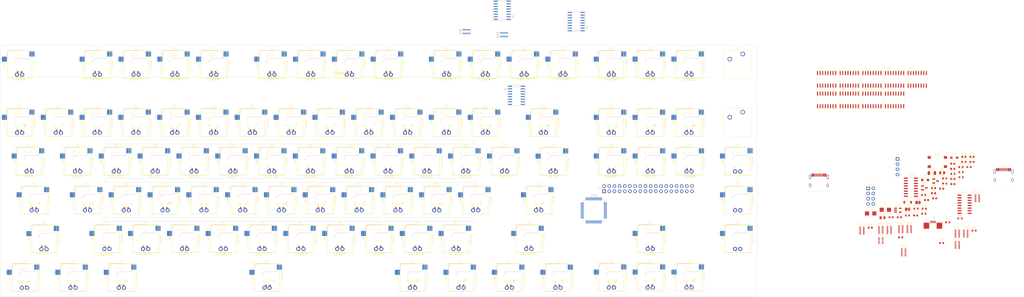
<source format=kicad_pcb>
(kicad_pcb (version 20211014) (generator pcbnew)
  (layers (0 "F.Cu" signal) (31 "B.Cu" signal) (34 "B.Paste" user) (35 "F.Paste" user) (36 "B.SilkS" user "B.Silkscreen") (37 "F.SilkS" user "F.Silkscreen") (38 "B.Mask" user) (39 "F.Mask" user) (44 "Edge.Cuts" user))
  (net 0 "")
  (net 1 "Net-(C1-Pad1)")
  (net 2 "GND")
  (net 3 "Net-(C2-Pad1)")
  (net 4 "Net-(C3-Pad1)")
  (net 5 "Net-(C4-Pad1)")
  (net 6 "Net-(C5-Pad1)")
  (net 7 "/MCU/RST")
  (net 8 "+3.3V")
  (net 9 "Net-(C14-Pad2)")
  (net 10 "Net-(C15-Pad2)")
  (net 11 "/MCU/5V")
  (net 12 "/MCU/SPI2_MOSI")
  (net 13 "Net-(D2-Pad2)")
  (net 14 "/RGB_module/SPI_KEY6")
  (net 15 "/RGB_module/SPI_KEY5")
  (net 16 "/RGB_module/SPI_KEY4")
  (net 17 "/RGB_module/SPI_KEY1")
  (net 18 "/RGB_module/SPI_KEY2")
  (net 19 "/RGB_module/SPI_KEY3")
  (net 20 "Net-(J1-Pad1)")
  (net 21 "Net-(J1-Pad2)")
  (net 22 "Net-(J1-Pad3)")
  (net 23 "Net-(J1-Pad4)")
  (net 24 "Net-(J1-Pad5)")
  (net 25 "Net-(J1-Pad6)")
  (net 26 "/MCU/BOOT0")
  (net 27 "/MCU/BOOT1")
  (net 28 "/MCU/SWDIO")
  (net 29 "/MCU/SWCLK")
  (net 30 "Net-(J4-PadA4)")
  (net 31 "Net-(J4-PadA5)")
  (net 32 "/MCU/USB_D-")
  (net 33 "/MCU/USB_D+")
  (net 34 "Net-(J5-PadA4)")
  (net 35 "Net-(J5-PadA5)")
  (net 36 "Net-(J5-PadA7)")
  (net 37 "Net-(J5-PadA6)")
  (net 38 "Net-(Q1-Pad2)")
  (net 39 "Net-(Q1-Pad3)")
  (net 40 "Net-(Q2-Pad1)")
  (net 41 "Net-(Q2-Pad2)")
  (net 42 "Net-(R1-Pad2)")
  (net 43 "Net-(R2-Pad2)")
  (net 44 "Net-(R8-Pad2)")
  (net 45 "/MCU/USB_DEVICE-")
  (net 46 "/MCU/USB_DEVICE+")
  (net 47 "Net-(RN1-Pad2)")
  (net 48 "Net-(RN1-Pad3)")
  (net 49 "Net-(RN1-Pad4)")
  (net 50 "Net-(RN1-Pad5)")
  (net 51 "Net-(RN1-Pad6)")
  (net 52 "Net-(RN1-Pad7)")
  (net 53 "Net-(RN1-Pad8)")
  (net 54 "Net-(RN1-Pad9)")
  (net 55 "Net-(RN2-Pad2)")
  (net 56 "Net-(RN2-Pad3)")
  (net 57 "Net-(RN2-Pad4)")
  (net 58 "Net-(RN2-Pad5)")
  (net 59 "Net-(RN2-Pad6)")
  (net 60 "Net-(RN2-Pad7)")
  (net 61 "Net-(RN2-Pad8)")
  (net 62 "Net-(RN2-Pad9)")
  (net 63 "Net-(RN3-Pad2)")
  (net 64 "Net-(RN3-Pad3)")
  (net 65 "Net-(RN3-Pad4)")
  (net 66 "Net-(RN3-Pad5)")
  (net 67 "Net-(RN3-Pad6)")
  (net 68 "Net-(RN3-Pad7)")
  (net 69 "Net-(RN3-Pad8)")
  (net 70 "Net-(RN3-Pad9)")
  (net 71 "Net-(RN4-Pad2)")
  (net 72 "Net-(RN4-Pad3)")
  (net 73 "Net-(RN4-Pad4)")
  (net 74 "Net-(RN4-Pad5)")
  (net 75 "Net-(RN4-Pad6)")
  (net 76 "Net-(RN4-Pad7)")
  (net 77 "Net-(RN4-Pad8)")
  (net 78 "Net-(RN4-Pad9)")
  (net 79 "Net-(RN5-Pad2)")
  (net 80 "Net-(RN5-Pad3)")
  (net 81 "Net-(RN5-Pad4)")
  (net 82 "Net-(RN5-Pad5)")
  (net 83 "Net-(RN5-Pad6)")
  (net 84 "Net-(RN5-Pad7)")
  (net 85 "Net-(RN5-Pad8)")
  (net 86 "Net-(RN5-Pad9)")
  (net 87 "Net-(RN6-Pad2)")
  (net 88 "Net-(RN6-Pad3)")
  (net 89 "Net-(RN6-Pad4)")
  (net 90 "Net-(RN6-Pad5)")
  (net 91 "Net-(RN6-Pad6)")
  (net 92 "Net-(RN6-Pad7)")
  (net 93 "Net-(RN6-Pad8)")
  (net 94 "Net-(RN6-Pad9)")
  (net 95 "Net-(RN7-Pad2)")
  (net 96 "Net-(RN7-Pad3)")
  (net 97 "Net-(RN7-Pad4)")
  (net 98 "Net-(RN7-Pad5)")
  (net 99 "Net-(RN7-Pad6)")
  (net 100 "Net-(RN7-Pad7)")
  (net 101 "Net-(RN7-Pad8)")
  (net 102 "Net-(RN7-Pad9)")
  (net 103 "Net-(RN8-Pad2)")
  (net 104 "Net-(RN8-Pad3)")
  (net 105 "Net-(RN8-Pad4)")
  (net 106 "Net-(RN8-Pad5)")
  (net 107 "Net-(RN8-Pad6)")
  (net 108 "Net-(RN8-Pad7)")
  (net 109 "Net-(RN8-Pad8)")
  (net 110 "Net-(RN8-Pad9)")
  (net 111 "Net-(RN9-Pad1)")
  (net 112 "Net-(RN9-Pad2)")
  (net 113 "Net-(RN9-Pad3)")
  (net 114 "Net-(RN9-Pad4)")
  (net 115 "Net-(RN10-Pad2)")
  (net 116 "Net-(RN10-Pad3)")
  (net 117 "Net-(RN10-Pad4)")
  (net 118 "Net-(RN10-Pad5)")
  (net 119 "Net-(RN10-Pad6)")
  (net 120 "Net-(RN10-Pad7)")
  (net 121 "Net-(RN10-Pad8)")
  (net 122 "Net-(RN10-Pad9)")
  (net 123 "Net-(RN11-Pad2)")
  (net 124 "Net-(RN11-Pad3)")
  (net 125 "Net-(RN11-Pad4)")
  (net 126 "Net-(RN11-Pad5)")
  (net 127 "Net-(RN11-Pad6)")
  (net 128 "Net-(RN11-Pad7)")
  (net 129 "Net-(RN11-Pad8)")
  (net 130 "Net-(RN11-Pad9)")
  (net 131 "Net-(RN12-Pad2)")
  (net 132 "Net-(RN12-Pad4)")
  (net 133 "Net-(RN12-Pad5)")
  (net 134 "Net-(RN12-Pad6)")
  (net 135 "Net-(RN12-Pad7)")
  (net 136 "Net-(RN12-Pad8)")
  (net 137 "Net-(RN12-Pad9)")
  (net 138 "Net-(RN13-Pad2)")
  (net 139 "Net-(RN13-Pad3)")
  (net 140 "Net-(RN13-Pad4)")
  (net 141 "Net-(RN13-Pad5)")
  (net 142 "Net-(RN13-Pad6)")
  (net 143 "Net-(RN13-Pad7)")
  (net 144 "Net-(RN13-Pad8)")
  (net 145 "Net-(RN13-Pad9)")
  (net 146 "Net-(S10-Pad1)")
  (net 147 "Net-(S17-Pad1)")
  (net 148 "Net-(S25-Pad1)")
  (net 149 "Net-(S33-Pad1)")
  (net 150 "Net-(S49-Pad1)")
  (net 151 "/MCU/SPI1_CLK")
  (net 152 "/MCU/SCAN_PL")
  (net 153 "/MCU/SCAN_CE")
  (net 154 "/MCU/SPI1_MISO")
  (net 155 "/MCU/PA2")
  (net 156 "/MCU/PA3")
  (net 157 "/MCU/PA4")
  (net 158 "/MCU/PA7")
  (net 159 "/MCU/PA8")
  (net 160 "/MCU/PA15")
  (net 161 "/MCU/PB0")
  (net 162 "/MCU/PB1")
  (net 163 "/MCU/PB3")
  (net 164 "/MCU/PB4")
  (net 165 "/MCU/PB5")
  (net 166 "/MCU/PB6")
  (net 167 "/MCU/PB7")
  (net 168 "/MCU/PB8")
  (net 169 "/MCU/PB9")
  (net 170 "/MCU/PB10")
  (net 171 "/MCU/PB11")
  (net 172 "/MCU/PB12")
  (net 173 "/MCU/SPI2_CLK")
  (net 174 "/MCU/PB14")
  (net 175 "/MCU/PC0")
  (net 176 "/MCU/PC1")
  (net 177 "/MCU/PC2")
  (net 178 "/MCU/PC3")
  (net 179 "/MCU/PC4")
  (net 180 "/MCU/USART1_RX")
  (net 181 "/MCU/USART1_TX")
  (net 182 "/MCU/PC5")
  (net 183 "/MCU/PC6")
  (net 184 "/MCU/PC7")
  (net 185 "/MCU/PC8")
  (net 186 "/MCU/PC9")
  (net 187 "/MCU/PC10")
  (net 188 "/MCU/PC11")
  (net 189 "/MCU/PC12")
  (net 190 "/MCU/PC13")
  (net 191 "/MCU/PC14")
  (net 192 "/MCU/PC15")
  (net 193 "/MCU/PD2")
  (net 201 "/RGB_module/SPI_KEY7")
  (net 202 "Net-(D1-Pad1)")
  (net 203 "Net-(D3-Pad2)")
  (net 204 "Net-(D4-Pad2)")
  (net 205 "Net-(D5-Pad2)")
  (net 206 "Net-(LED1-Pad1)")
  (net 207 "Net-(LED12-Pad3)")
  (net 208 "Net-(LED13-Pad3)")
  (net 209 "Net-(LED14-Pad3)")
  (net 210 "/RGB_module/SPI_KEY8")
  (net 211 "Net-(LED15-Pad3)")
  (net 212 "Net-(LED16-Pad3)")
  (net 213 "Net-(LED17-Pad3)")
  (net 214 "Net-(LED18-Pad3)")
  (net 215 "/RGB_module/SPI_KEY9")
  (net 216 "Net-(LED19-Pad3)")
  (net 217 "Net-(LED10-Pad1)")
  (net 218 "Net-(LED11-Pad1)")
  (net 219 "Net-(LED12-Pad1)")
  (net 220 "Net-(LED13-Pad1)")
  (net 221 "Net-(LED14-Pad1)")
  (net 222 "Net-(LED15-Pad1)")
  (net 223 "Net-(LED16-Pad1)")
  (net 224 "Net-(LED17-Pad1)")
  (net 225 "Net-(LED18-Pad1)")
  (net 226 "Net-(LED19-Pad1)")
  (net 227 "Net-(LED20-Pad1)")
  (net 228 "Net-(LED21-Pad1)")
  (net 230 "Net-(LED22-Pad1)")
  (net 232 "Net-(LED23-Pad1)")
  (net 234 "Net-(LED24-Pad1)")
  (net 236 "Net-(LED25-Pad1)")
  (net 238 "Net-(LED26-Pad1)")
  (net 240 "Net-(LED27-Pad1)")
  (net 242 "Net-(LED28-Pad1)")
  (net 243 "Net-(LED29-Pad1)")
  (net 245 "Net-(LED30-Pad1)")
  (net 247 "Net-(LED31-Pad1)")
  (net 248 "Net-(LED32-Pad1)")
  (net 249 "Net-(LED33-Pad1)")
  (net 250 "Net-(LED34-Pad1)")
  (net 251 "Net-(LED35-Pad1)")
  (net 252 "Net-(LED36-Pad1)")
  (net 253 "Net-(LED37-Pad1)")
  (net 254 "Net-(LED38-Pad1)")
  (net 255 "Net-(LED39-Pad1)")
  (net 256 "Net-(LED40-Pad1)")
  (net 257 "Net-(LED41-Pad1)")
  (net 258 "Net-(LED42-Pad1)")
  (net 259 "Net-(LED43-Pad1)")
  (net 260 "Net-(LED44-Pad1)")
  (net 261 "Net-(LED45-Pad1)")
  (net 262 "Net-(LED46-Pad1)")
  (net 263 "Net-(LED47-Pad1)")
  (net 264 "Net-(LED48-Pad1)")
  (net 265 "Net-(LED49-Pad1)")
  (net 266 "Net-(LED50-Pad1)")
  (net 267 "Net-(LED51-Pad1)")
  (net 268 "Net-(LED52-Pad1)")
  (net 269 "Net-(LED53-Pad1)")
  (net 270 "Net-(LED54-Pad1)")
  (net 271 "Net-(LED55-Pad1)")
  (net 272 "Net-(LED56-Pad1)")
  (net 273 "Net-(LED57-Pad1)")
  (net 275 "Net-(LED59-Pad1)")
  (net 276 "Net-(LED60-Pad1)")
  (net 277 "Net-(LED61-Pad1)")
  (net 278 "Net-(LED62-Pad1)")
  (net 279 "Net-(LED63-Pad1)")
  (net 280 "Net-(LED64-Pad1)")
  (net 281 "Net-(LED65-Pad1)")
  (net 282 "Net-(LED66-Pad1)")
  (net 283 "Net-(LED67-Pad1)")
  (net 284 "Net-(LED69-Pad1)")
  (net 285 "Net-(LED70-Pad1)")
  (net 286 "Net-(LED71-Pad1)")
  (net 287 "Net-(LED72-Pad1)")
  (net 288 "Net-(LED73-Pad1)")
  (net 289 "Net-(LED74-Pad1)")
  (net 290 "Net-(LED75-Pad1)")
  (net 291 "Net-(LED76-Pad1)")
  (net 292 "Net-(LED77-Pad1)")
  (net 293 "Net-(LED78-Pad1)")
  (net 294 "Net-(LED79-Pad1)")
  (net 305 "Net-(U10-Pad10)")
  (net 306 "Net-(U12-Pad10)")
  (net 310 "Net-(U1-Pad10)")
  (net 312 "/swtich_module/serial")
  (net 313 "Net-(U2-Pad10)")
  (net 315 "Net-(U3-Pad10)")
  (net 317 "Net-(U4-Pad10)")
  (net 319 "Net-(U5-Pad10)")
  (net 321 "Net-(U6-Pad10)")
  (net 324 "Net-(U8-Pad10)")
  (net 326 "Net-(U10-Pad9)")
  (net 328 "Net-(S0-Pad1)")
  (footprint "Resistor_SMD:R_0603_1608Metric" (layer "F.Cu") (at 61.674 -98.384)
    (fp_text reference "R12")
    (fp_text value "2k")
  )
  (footprint "EnergyVortex:WS2812B2020" (layer "F.Cu") (at -115.196 -158.369 180)
    (fp_text reference "LED40")
    (fp_text value "WS2812B-2020" hide)
  )
  (footprint "EnergyVortex:CHERRY-MX-LED" (layer "F.Cu") (at -301.1 -76.9)
    (fp_text reference "S68")
    (fp_text value "SW_Push")
  )
  (footprint "Button_Switch_Keyboard:SW_Cherry_MX_1.00u_PCB" (layer "F.Cu") (at -27.06 -81.98)
    (fp_text reference "S1")
    (fp_text value "SW_Push")
  )
  (footprint "Crystal:Crystal_SMD_Qantek_QC5CB-2Pin_5x3.2mm" (layer "F.Cu") (at 42.894 -91.074)
    (fp_text reference "Y1")
    (fp_text value "8M")
  )
  (footprint "EnergyVortex:WS2812B2020" (layer "F.Cu") (at -243.896 -72.369 180)
    (fp_text reference "LED63")
    (fp_text value "WS2812B-2020" hide)
  )
  (footprint "EnergyVortex:WS2812B2020" (layer "F.Cu") (at -172.496 -158.369 180)
    (fp_text reference "LED70")
    (fp_text value "WS2812B-2020" hide)
  )
  (footprint "EnergyVortex:SO-16" (layer "F.Cu") (at 14.08 -155.22)
    (fp_text reference "U10")
    (fp_text value "74HC165")
  )
  (footprint "Resistor_SMD:R_Array_Convex_8x0602" (layer "F.Cu") (at 40.674 -81.104)
    (fp_text reference "RN7")
    (fp_text value "10K")
  )
  (footprint "Jumper:SolderJumper-2_P1.3mm_Open_TrianglePad1.0x1.5mm" (layer "F.Cu") (at 53.794 -91.324)
    (fp_text reference "JP1")
    (fp_text value "SolderJumper_2_Open")
  )
  (footprint "Button_Switch_Keyboard:SW_Cherry_MX_1.00u_PCB" (layer "F.Cu") (at -341.41 -167.68)
    (fp_text reference "S1")
    (fp_text value "SW_Push")
  )
  (footprint "Button_Switch_Keyboard:SW_Cherry_MX_1.00u_PCB" (layer "F.Cu") (at -332.01 -120.08)
    (fp_text reference "S1")
    (fp_text value "SW_Push")
  )
  (footprint "EnergyVortex:SO-16" (layer "F.Cu") (at 36.32 -155.22)
    (fp_text reference "U5")
    (fp_text value "74HC165")
  )
  (footprint "EnergyVortex:CHERRY-MX-LED" (layer "F.Cu") (at -286.8 -162.6)
    (fp_text reference "S5")
    (fp_text value "SW_Push")
  )
  (footprint "Button_Switch_Keyboard:SW_Cherry_MX_1.00u_PCB" (layer "F.Cu") (at -336.66 -81.98)
    (fp_text reference "S1")
    (fp_text value "SW_Push")
  )
  (footprint "EnergyVortex:CHERRY-MX-LED" (layer "F.Cu") (at -348.75 -95.9)
    (fp_text reference "S50")
    (fp_text value "SW_Push")
  )
  (footprint "Button_Switch_Keyboard:SW_Cherry_MX_1.00u_PCB" (layer "F.Cu") (at -377.16 -62.88)
    (fp_text reference "S1")
    (fp_text value "SW_Push")
  )
  (footprint "EnergyVortex:CHERRY-MX-LED" (layer "F.Cu") (at -53.46 -114.98)
    (fp_text reference "S62")
    (fp_text value "SW_Push")
  )
  (footprint "EnergyVortex:WS2812B2020" (layer "F.Cu") (at -132.1 -72.469 180)
    (fp_text reference "LED13")
    (fp_text value "WS2812B-2020" hide)
  )
  (footprint "EnergyVortex:CHERRY-MX-LED" (layer "F.Cu") (at -115.35 -162.6)
    (fp_text reference "S13")
    (fp_text value "SW_Push")
  )
  (footprint "Button_Switch_Keyboard:SW_Cherry_MX_1.00u_PCB" (layer "F.Cu") (at -289.06 -100.98)
    (fp_text reference "S1")
    (fp_text value "SW_Push")
  )
  (footprint "Button_Switch_Keyboard:SW_Cherry_MX_1.00u_PCB" (layer "F.Cu") (at -353.36 -62.88)
    (fp_text reference "S1")
    (fp_text value "SW_Push")
  )
  (footprint "EnergyVortex:CHERRY-MX-LED" (layer "F.Cu") (at -320.2 -76.9)
    (fp_text reference "S67")
    (fp_text value "SW_Push")
  )
  (footprint "Capacitor_SMD:C_0603_1608Metric" (layer "F.Cu") (at 45.724 -87.394)
    (fp_text reference "C15")
    (fp_text value "22pF")
  )
  (footprint "Button_Switch_Keyboard:SW_Cherry_MX_1.00u_PCB" (layer "F.Cu") (at -341.46 -139.1)
    (fp_text reference "S1")
    (fp_text value "SW_Push")
  )
  (footprint "EnergyVortex:CHERRY-MX-LED" (layer "F.Cu") (at -117.8 -57.8)
    (fp_text reference "S83")
    (fp_text value "SW_Push")
  )
  (footprint "EnergyVortex:WS2812B2020" (layer "F.Cu") (at -229.696 -129.569)
    (fp_text reference "LED67")
    (fp_text value "WS2812B-2020" hide)
  )
  (footprint "EnergyVortex:WS2812B2020" (layer "F.Cu") (at -53.496 -110.569 180)
    (fp_text reference "LED66")
    (fp_text value "WS2812B-2020" hide)
  )
  (footprint "Capacitor_SMD:C_0603_1608Metric" (layer "F.Cu") (at 35.504 -82.324)
    (fp_text reference "C2")
    (fp_text value "4.7nF")
  )
  (footprint "Button_Switch_Keyboard:SW_Cherry_MX_1.00u_PCB" (layer "F.Cu") (at -89.05 -167.7)
    (fp_text reference "S1")
    (fp_text value "SW_Push")
  )
  (footprint "EnergyVortex:SO-16" (layer "F.Cu") (at 25.2 -145.1)
    (fp_text reference "U6")
    (fp_text value "74HC165")
  )
  (footprint "Resistor_SMD:R_0603_1608Metric" (layer "F.Cu") (at 80.064 -107.074)
    (fp_text reference "R5")
    (fp_text value "2k")
  )
  (footprint "EnergyVortex:WS2812B2020" (layer "F.Cu") (at -370.311 -72.619 180)
    (fp_text reference "LED34")
    (fp_text value "WS2812B-2020" hide)
  )
  (footprint "Button_Switch_Keyboard:SW_Cherry_MX_1.00u_PCB" (layer "F.Cu") (at -255.71 -167.68)
    (fp_text reference "S1")
    (fp_text value "SW_Push")
  )
  (footprint "EnergyVortex:CHERRY-MX-LED" (layer "F.Cu") (at -286.85 -134.02)
    (fp_text reference "S19")
    (fp_text value "SW_Push")
  )
  (footprint "EnergyVortex:USB_C_Receptacle_HRO_TYPE-C-31-M-12" (layer "F.Cu") (at 10.304 -104.109)
    (fp_text reference "J5")
    (fp_text value "USB_C_Receptacle_USB2.0")
  )
  (footprint "Button_Switch_Keyboard:SW_Cherry_MX_1.00u_PCB" (layer "F.Cu") (at -162.86 -62.88)
    (fp_text reference "S1")
    (fp_text value "SW_Push")
  )
  (footprint "EnergyVortex:WS2812B2020" (layer "F.Cu") (at -120.096 -110.569 180)
    (fp_text reference "LED5")
    (fp_text value "WS2812B-2020" hide)
  )
  (footprint "EnergyVortex:CHERRY-MX-LED" (layer "F.Cu") (at -182.15 -115)
    (fp_text reference "S43")
    (fp_text value "SW_Push")
  )
  (footprint "Capacitor_SMD:C_0603_1608Metric" (layer "F.Cu") (at 66.564 -99.224)
    (fp_text reference "C6")
    (fp_text value "0.1uF")
  )
  (footprint "EnergyVortex:WS2812B2020" (layer "F.Cu") (at -324.896 -158.369 180)
    (fp_text reference "LED49")
    (fp_text value "WS2812B-2020" hide)
  )
  (footprint "Resistor_SMD:R_Array_Convex_8x0602" (layer "F.Cu") (at 82.374 -79.354)
    (fp_text reference "RN6")
    (fp_text value "10K")
  )
  (footprint "EnergyVortex:WS2812B2020" (layer "F.Cu") (at -91.596 -110.569 180)
    (fp_text reference "LED85")
    (fp_text value "WS2812B-2020" hide)
  )
  (footprint "Button_Switch_Keyboard:SW_Cherry_MX_1.00u_PCB" (layer "F.Cu") (at -236.66 -167.68)
    (fp_text reference "S1")
    (fp_text value "SW_Push")
  )
  (footprint "Button_Switch_Keyboard:SW_Cherry_MX_1.00u_PCB" (layer "F.Cu") (at -150.91 -167.68)
    (fp_text reference "S1")
    (fp_text value "SW_Push")
  )
  (footprint "Package_TO_SOT_SMD:SOT-23" (layer "F.Cu") (at 62.114 -101.864)
    (fp_text reference "Q1")
    (fp_text value "S8550")
  )
  (footprint "Resistor_SMD:R_Array_Convex_4x0603" (layer "F.Cu") (at 40.674 -75.954)
    (fp_text reference "RN9")
    (fp_text value "R_Pack04")
  )
  (footprint "EnergyVortex:WS2812B2020" (layer "F.Cu") (at -186.796 -72.469 180)
    (fp_text reference "LED33")
    (fp_text value "WS2812B-2020" hide)
  )
  (footprint "Button_Switch_Keyboard:SW_Cherry_MX_1.00u_PCB" (layer "F.Cu") (at -186.66 -62.88)
    (fp_text reference "S1")
    (fp_text value "SW_Push")
  )
  (footprint "EnergyVortex:CHERRY-MX-LED" (layer "F.Cu") (at -339.2 -76.9)
    (fp_text reference "S65")
    (fp_text value "SW_Push")
  )
  (footprint "EnergyVortex:WS2812B2020" (layer "F.Cu") (at -167.796 -72.469 180)
    (fp_text reference "LED23")
    (fp_text value "WS2812B-2020" hide)
  )
  (footprint "Resistor_SMD:R_Array_Convex_8x0602" (layer "F.Cu") (at 88.074 -96.754)
    (fp_text reference "RN11")
    (fp_text value "10K")
  )
  (footprint "EnergyVortex:WS2812B2020" (layer "F.Cu") (at -377.34 -110.569 180)
    (fp_text reference "LED41")
    (fp_text value "WS2812B-2020" hide)
  )
  (footprint "Button_Switch_Keyboard:SW_Cherry_MX_1.00u_PCB" (layer "F.Cu") (at -327.16 -100.98)
    (fp_text reference "S1")
    (fp_text value "SW_Push")
  )
  (footprint "Capacitor_SMD:C_0603_1608Metric" (layer "F.Cu") (at 75.964 -111.254)
    (fp_text reference "C12")
    (fp_text value "0.1uF")
  )
  (footprint "EnergyVortex:CHERRY-MX-LED" (layer "F.Cu") (at -277.4 -115)
    (fp_text reference "S38")
    (fp_text value "SW_Push")
  )
  (footprint "EnergyVortex:WS2812B2020" (layer "F.Cu") (at -91.596 -158.369 180)
    (fp_text reference "LED30")
    (fp_text value "WS2812B-2020" hide)
  )
  (footprint "EnergyVortex:WS2812B2020" (layer "F.Cu") (at -72.496 -158.369 180)
    (fp_text reference "LED20")
    (fp_text value "WS2812B-2020" hide)
  )
  (footprint "Button_Switch_Keyboard:SW_Cherry_MX_1.00u_PCB" (layer "F.Cu") (at -198.66 -120.08)
    (fp_text reference "S1")
    (fp_text value "SW_Push")
  )
  (footprint "Button_Switch_Keyboard:SW_Cherry_MX_1.00u_PCB" (layer "F.Cu") (at -27.06 -100.98)
    (fp_text reference "S1")
    (fp_text value "SW_Push")
  )
  (footprint "Resistor_SMD:R_Array_Convex_8x0602" (layer "F.Cu") (at 44.824 -81.104)
    (fp_text reference "RN2")
    (fp_text value "10K")
  )
  (footprint "EnergyVortex:WS2812B2020" (layer "F.Cu") (at -260.096 -53.369)
    (fp_text reference "LED74")
    (fp_text value "WS2812B-2020" hide)
  )
  (footprint "Resistor_SMD:R_Array_Convex_8x0602" (layer "F.Cu") (at 78.224 -79.354)
    (fp_text reference "RN4")
    (fp_text value "10K")
  )
  (footprint "EnergyVortex:CHERRY-MX-LED" (layer "F.Cu") (at -29.6 -115)
    (fp_text reference "S90")
    (fp_text value "SW_Push")
  )
  (footprint "Capacitor_SMD:C_0603_1608Metric" (layer "F.Cu") (at 50.404 -77.524)
    (fp_text reference "C1")
    (fp_text value "C")
  )
  (footprint "Button_Switch_Keyboard:SW_Cherry_MX_1.00u_PCB" (layer "F.Cu") (at -222.36 -81.98)
    (fp_text reference "S1")
    (fp_text value "SW_Push")
  )
  (footprint "Resistor_SMD:R_Array_Convex_8x0602" (layer "F.Cu") (at 78.224 -73.804)
    (fp_text reference "RN10")
    (fp_text value "10K")
  )
  (footprint "EnergyVortex:CHERRY-MX-LED" (layer "F.Cu") (at -165.4 -57.8)
    (fp_text reference "S81")
    (fp_text value "SW_Push")
  )
  (footprint "EnergyVortex:WS2812B2020" (layer "F.Cu") (at -118.096 -53.369)
    (fp_text reference "LED28")
    (fp_text value "WS2812B-2020" hide)
  )
  (footprint "Button_Switch_Keyboard:SW_Cherry_MX_1.00u_PCB" (layer "F.Cu") (at -203.26 -81.98)
    (fp_text reference "S1")
    (fp_text value "SW_Push")
  )
  (footprint "EnergyVortex:CHERRY-MX-LED" (layer "F.Cu") (at -53.49 -162.62)
    (fp_text reference "S16")
    (fp_text value "SW_Push")
  )
  (footprint "EnergyVortex:WS2812B2020" (layer "F.Cu") (at -72.496 -53.469)
    (fp_text reference "LED48")
    (fp_text value "WS2812B-2020" hide)
  )
  (footprint "Resistor_SMD:R_0603_1608Metric" (layer "F.Cu") (at 70.524 -74.754)
    (fp_text reference "R2")
    (fp_text value "1K")
  )
  (footprint "EnergyVortex:WS2812B2020" (layer "F.Cu") (at -374.9 -91.469)
    (fp_text reference "LED51")
    (fp_text value "WS2812B-2020" hide)
  )
  (footprint "EnergyVortex:WS2812B2020" (layer "F.Cu") (at -234.45 -91.469)
    (fp_text reference "LED32")
    (fp_text value "WS2812B-2020" hide)
  )
  (footprint "EnergyVortex:CHERRY-MX-LED" (layer "F.Cu") (at -248.75 -134.02)
    (fp_text reference "S24")
    (fp_text value "SW_Push")
  )
  (footprint "EnergyVortex:CHERRY-MX-LED" (layer "F.Cu") (at -186.8 -76.9)
    (fp_text reference "S79")
    (fp_text value "SW_Push")
  )
  (footprint "Package_SO:SOIC-16_3.9x9.9mm_P1.27mm" (layer "F.Cu") (at 81.774 -93.804)
    (fp_text reference "U11")
    (fp_text value "XW06A")
  )
  (footprint "EnergyVortex:WS2812B2020" (layer "F.Cu") (at -339.296 -72.169 180)
    (fp_text reference "LED24")
    (fp_text value "WS2812B-2020" hide)
  )
  (footprint "EnergyVortex:CHERRY-MX-LED" (layer "F.Cu") (at -127.3 -95.9)
    (fp_text reference "S61")
    (fp_text value "SW_Push")
  )
  (footprint "LED_SMD:LED_0805_2012Metric" (layer "F.Cu") (at 41.514 -87.179)
    (fp_text reference "D2")
    (fp_text value "LED")
  )
  (footprint "EnergyVortex:WS2812B2020" (layer "F.Cu") (at -215.4 -91.469)
    (fp_text reference "LED42")
    (fp_text value "WS2812B-2020" hide)
  )
  (footprint "EnergyVortex:CHERRY-MX-LED" (layer "F.Cu") (at -260.6 -57.8)
    (fp_text reference "S76")
    (fp_text value "SW_Push")
  )
  (footprint "Button_Switch_Keyboard:SW_Cherry_MX_1.00u_PCB" (layer "F.Cu") (at -124.76 -100.98)
    (fp_text reference "S1")
    (fp_text value "SW_Push")
  )
  (footprint "EnergyVortex:CHERRY-MX-LED" (layer "F.Cu") (at -72.5 -57.9)
    (fp_text reference "S86")
    (fp_text value "SW_Push")
  )
  (footprint "EnergyVortex:WS2812B2020" (layer "F.Cu") (at -143.896 -110.569 180)
    (fp_text reference "LED15")
    (fp_text value "WS2812B-2020" hide)
  )
  (footprint "Capacitor_SMD:C_0603_1608Metric" (layer "F.Cu") (at 85.454 -114.604)
    (fp_text reference "C17")
    (fp_text value "1uF")
  )
  (footprint "EnergyVortex:WS2812B2020" (layer "F.Cu") (at -124.896 -129.569)
    (fp_text reference "LED26")
    (fp_text value "WS2812B-2020" hide)
  )
  (footprint "LED_SMD:LED_0805_2012Metric" (layer "F.Cu") (at 70.804 -109.269)
    (fp_text reference "D4")
    (fp_text value "LED")
  )
  (footprint "Capacitor_SMD:C_0603_1608Metric" (layer "F.Cu") (at 49.734 -87.394)
    (fp_text reference "C4")
    (fp_text value "22pF")
  )
  (footprint "Button_Switch_Keyboard:SW_Cherry_MX_1.00u_PCB" (layer "F.Cu") (at -150.9 -139.1)
    (fp_text reference "S1")
    (fp_text value "SW_Push")
  )
  (footprint "Capacitor_SMD:C_0603_1608Metric" (layer "F.Cu") (at 76.054 -103.724)
    (fp_text reference "C14")
    (fp_text value "22pF")
  )
  (footprint "EnergyVortex:WS2812B2020" (layer "F.Cu") (at -353.6 -110.569 180)
    (fp_text reference "LED31")
    (fp_text value "WS2812B-2020" hide)
  )
  (footprint "EnergyVortex:WS2812B2020" (layer "F.Cu") (at -53.496 -129.569)
    (fp_text reference "LED56")
    (fp_text value "WS2812B-2020" hide)
  )
  (footprint "EnergyVortex:WS2812B2020" (layer "F.Cu") (at -379.996 -52.969)
    (fp_text reference "LED44")
    (fp_text value "WS2812B-2020" hide)
  )
  (footprint "Resistor_SMD:R_0603_1608Metric" (layer "F.Cu") (at 61.984 -91.644)
    (fp_text reference "R9")
    (fp_text value "10K")
  )
  (footprint "Button_Switch_Keyboard:SW_Cherry_MX_1.00u_PCB" (layer "F.Cu") (at -265.26 -139.1)
    (fp_text reference "S1")
    (fp_text value "SW_Push")
  )
  (footprint "Resistor_SMD:R_0603_1608Metric" (layer "F.Cu") (at 81.444 -114.604)
    (fp_text reference "R15")
    (fp_text value "1.5K")
  )
  (footprint "EnergyVortex:WS2812B2020" (layer "F.Cu") (at -324.896 -129.569)
    (fp_text reference "LED17")
    (fp_text value "WS2812B-2020" hide)
  )
  (footprint "Button_Switch_Keyboard:SW_Cherry_MX_1.00u_PCB" (layer "F.Cu") (at -284.26 -167.68)
    (fp_text reference "S1")
    (fp_text value "SW_Push")
  )
  (footprint "EnergyVortex:CHERRY-MX-LED" (layer "F.Cu") (at -91.6 -134)
    (fp_text reference "S31")
    (fp_text value "SW_Push")
  )
  (footprint "EnergyVortex:CHERRY-MX-LED" (layer "F.Cu") (at -220.25 -115)
    (fp_text reference "S41")
    (fp_text value "SW_Push")
  )
  (footprint "EnergyVortex:CHERRY-MX-LED" (layer "F.Cu") (at -363.05 -134.02)
    (fp_text reference "S18")
    (fp_text value "SW_Push")
  )
  (footprint "EnergyVortex:WS2812B2020" (layer "F.Cu") (at -329.7 -91.469)
    (fp_text reference "LED71")
    (fp_text value "WS2812B-2020" hide)
  )
  (footprint "EnergyVortex:CHERRY-MX-LED" (layer "F.Cu") (at -177.3 -95.9)
    (fp_text reference "S59")
    (fp_text value "SW_Push")
  )
  (footprint "Diode_SMD:D_SOD-123F" (layer "F.Cu") (at 62.429 -105.764)
    (fp_text reference "D5")
    (fp_text value "1N4007")
  )
  (footprint "EnergyVortex:SO-16" (layer "F.Cu") (at 25.2 -155.22)
    (fp_text reference "U8")
    (fp_text value "74HC165")
  )
  (footprint "EnergyVortex:CHERRY-MX-LED" (layer "F.Cu") (at -291.6 -95.9)
    (fp_text reference "S54")
    (fp_text value "SW_Push")
  )
  (footprint "EnergyVortex:CHERRY-MX-LED" (layer "F.Cu") (at -282.1 -76.9)
    (fp_text reference "S69")
    (fp_text value "SW_Push")
  )
  (footprint "Package_SO:SOIC-16_3.9x9.9mm_P1.27mm" (layer "F.Cu") (at 55.444 -102.174)
    (fp_text reference "U15")
    (fp_text value "CH340G")
  )
  (footprint "EnergyVortex:CHERRY-MX-LED" (layer "F.Cu") (at -172.55 -134.02)
    (fp_text reference "S28")
    (fp_text value "SW_Push")
  )
  (footprint "EnergyVortex:CHERRY-MX-LED" (layer "F.Cu") (at -163.1 -115)
    (fp_text reference "S44")
    (fp_text value "SW_Push")
  )
  (footprint "Button_Switch_Keyboard:SW_Cherry_MX_1.00u_PCB" (layer "F.Cu") (at -279.56 -81.98)
    (fp_text reference "S1")
    (fp_text value "SW_Push")
  )
  (footprint "Capacitor_SMD:C_0603_1608Metric" (layer "F.Cu") (at 70.574 -101.474)
    (fp_text reference "C8")
    (fp_text value "104")
  )
  (footprint "Resistor_SMD:R_0603_1608Metric" (layer "F.Cu") (at 57.974 -91.644)
    (fp_text reference "R17")
    (fp_text value "10k")
  )
  (footprint "EnergyVortex:CHERRY-MX-LED" (layer "F.Cu") (at -124.94 -134.02)
    (fp_text reference "S30")
    (fp_text value "SW_Push")
  )
  (footprint "EnergyVortex:CHERRY-MX-LED" (layer "F.Cu") (at -153.44 -134.02)
    (fp_text reference "S29")
    (fp_text value "SW_Push")
  )
  (footprint "Button_Switch_Keyboard:SW_Cherry_MX_1.00u_PCB" (layer "F.Cu") (at -360.51 -139.1)
    (fp_text reference "S1")
    (fp_text value "SW_Push")
  )
  (footprint "Button_Switch_Keyboard:SW_Cherry_MX_1.00u_PCB" (layer "F.Cu") (at -27.1 -167.7)
    (fp_text reference "S1")
    (fp_text value "SW_Push")
  )
  (footprint "Package_TO_SOT_SMD:SOT-23" (layer "F.Cu") (at 67.594 -105.214)
    (fp_text reference "Q2")
    (fp_text value "S8050")
  )
  (footprint "Button_Switch_Keyboard:SW_Cherry_MX_1.00u_PCB" (layer "F.Cu") (at -372.36 -100.98)
    (fp_text reference "S1")
    (fp_text value "SW_Push")
  )
  (footprint "Button_Switch_Keyboard:SW_Cherry_MX_1.00u_PCB" (layer "F.Cu") (at -129.56 -81.98)
    (fp_text reference "S1")
    (fp_text value "SW_Push")
  )
  (footprint "EnergyVortex:CHERRY-MX-LED" (layer "F.Cu") (at -167.8 -76.9)
    (fp_text reference "S80")
    (fp_text value "SW_Push")
  )
  (footprint "Button_Switch_Keyboard:SW_Cherry_MX_1.00u_PCB" (layer "F.Cu") (at -379.56 -139.1)
    (fp_text reference "S1")
    (fp_text value "SW_Push")
  )
  (footprint "EnergyVortex:WS2812B2020" (layer "F.Cu") (at -191.696 -129.669)
    (fp_text reference "LED86")
    (fp_text value "WS2812B-2020" hide)
  )
  (footprint "EnergyVortex:CHERRY-MX-LED" (layer "F.Cu") (at -120.14 -114.92)
    (fp_text reference "S46")
    (fp_text value "SW_Push")
  )
  (footprint "EnergyVortex:WS2812B2020" (layer "F.Cu") (at -248.696 -129.669)
    (fp_text reference "LED57")
    (fp_text value "WS2812B-2020" hide)
  )
  (footprint "Button_Switch_Keyboard:SW_Cherry_MX_1.00u_PCB" (layer "F.Cu") (at -322.36 -167.68)
    (fp_text reference "S1")
    (fp_text value "SW_Push")
  )
  (footprint "EnergyVortex:CHERRY-MX-LED" (layer "F.Cu") (at -353.6 -115)
    (fp_text reference "S34")
    (fp_text value "SW_Push")
  )
  (footprint "Button_Switch_Keyboard:SW_Cherry_MX_1.00u_PCB" (layer "F.Cu") (at -317.66 -81.98)
    (fp_text reference "S1")
    (fp_text value "SW_Push")
  )
  (footprint "Jumper:SolderJumper-2_P1.3mm_Open_TrianglePad1.0x1.5mm" (layer "F.Cu") (at 58.934 -94.674)
    (fp_text reference "JP2")
    (fp_text value "SolderJumper_2_Open")
  )
  (footprint "Button_Switch_Keyboard:SW_Cherry_MX_1.00u_PCB" (layer "F.Cu") (at -189.06 -139.1)
    (fp_text reference "S1")
    (fp_text value "SW_Push")
  )
  (footprint "EnergyVortex:CHERRY-MX-LED" (layer "F.Cu") (at -191.6 -134.02)
    (fp_text reference "S27")
    (fp_text value "SW_Push")
  )
  (footprint "Button_Switch_Keyboard:SW_Cherry_MX_1.00u_PCB" (layer "F.Cu") (at -70.01 -139.08)
    (fp_text reference "S1")
    (fp_text value "SW_Push")
  )
  (footprint "Button_Switch_Keyboard:SW_Cherry_MX_1.00u_PCB" (layer "F.Cu") (at -27.06 -120.08)
    (fp_text reference "S1")
    (fp_text value "SW_Push")
  )
  (footprint "Button_Switch_Keyboard:SW_Cherry_MX_1.00u_PCB" (layer "F.Cu") (at -117.6 -120)
    (fp_text reference "S1")
    (fp_text value "SW_Push")
  )
  (footprint "EnergyVortex:WS2812B2020" (layer "F.Cu") (at -205.8 -72.469 180)
    (fp_text reference "LED43")
    (fp_text value "WS2812B-2020" hide)
  )
  (footprint "Package_TO_SOT_SMD:SOT-23-5" (layer "F.Cu") (at 49.044 -90.874)
    (fp_text reference "U16")
    (fp_text value "XC6210B332MR")
  )
  (footprint "EnergyVortex:WS2812B2020" (layer "F.Cu") (at -91.596 -129.569)
    (fp_text reference "LED36")
    (fp_text value "WS2812B-2020" hide)
  )
  (footprint "Button_Switch_Keyboard:SW_Cherry_MX_1.00u_PCB" (layer "F.Cu") (at -293.91 -120.08)
    (fp_text reference "S1")
    (fp_text value "SW_Push")
  )
  (footprint "Button_Switch_Keyboard:SW_Cherry_MX_1.00u_PCB" (layer "F.Cu") (at -122.4 -139.1)
    (fp_text reference "S1")
    (fp_text value "SW_Push")
  )
  (footprint "EnergyVortex:CHERRY-MX-LED" (layer "F.Cu") (at -234.45 -95.9)
    (fp_text reference "S53")
    (fp_text value "SW_Push")
  )
  (footprint "Button_Switch_Keyboard:SW_Cherry_MX_1.00u_PCB" (layer "F.Cu") (at -346.21 -100.98)
    (fp_text reference "S1")
    (fp_text value "SW_Push")
  )
  (footprint "EnergyVortex:CHERRY-MX-LED" (layer "F.Cu") (at -239.2 -162.6)
    (fp_text reference "S7")
    (fp_text value "SW_Push")
  )
  (footprint "EnergyVortex:WS2812B2020" (layer "F.Cu") (at -362.996 -129.569)
    (fp_text reference "LED87")
    (fp_text value "WS2812B-2020" hide)
  )
  (footprint "Button_Switch_Keyboard:SW_Cherry_MX_1.00u_PCB" (layer "F.Cu") (at -141.45 -120.08)
    (fp_text reference "S1")
    (fp_text value "SW_Push")
  )
  (footprint "Resistor_SMD:R_Array_Convex_8x0602" (layer "F.Cu") (at 50.474 -81.554)
    (fp_text reference "RN12")
    (fp_text value "10K")
  )
  (footprint "Resistor_SMD:R_0603_1608Metric" (layer "F.Cu") (at 83.984 -112.094)
    (fp_text reference "R8")
    (fp_text value "1k")
  )
  (footprint "EnergyVortex:CHERRY-MX-LED" (layer "F.Cu") (at -305.9 -134.02)
    (fp_text reference "S22")
    (fp_text value "SW_Push")
  )
  (footprint "EnergyVortex:CHERRY-MX-LED" (layer "F.Cu") (at -374.9 -95.9)
    (fp_text reference "S49")
    (fp_text value "SW_Push")
  )
  (footprint "Resistor_SMD:R_0603_1608Metric" (layer "F.Cu") (at 66.564 -101.734)
    (fp_text reference "R6")
    (fp_text value "1k")
  )
  (footprint "Resistor_SMD:R_0603_1608Metric" (layer "F.Cu") (at 76.054 -108.744)
    (fp_text reference "R13")
    (fp_text value "22")
  )
  (footprint "Capacitor_SMD:C_0603_1608Metric" (layer "F.Cu") (at 67.124 -96.714)
    (fp_text reference "C9")
    (fp_text value "104")
  )
  (footprint "EnergyVortex:FPC-0.5mm-6PIN" (layer "F.Cu") (at 66.254 -83.254)
    (fp_text reference "J1")
    (fp_text value "FPC")
  )
  (footprint "Button_Switch_Keyboard:SW_Cherry_MX_1.00u_PCB" (layer "F.Cu") (at -193.81 -100.98)
    (fp_text reference "S1")
    (fp_text value "SW_Push")
  )
  (footprint "Button_Switch_Keyboard:SW_Cherry_MX_1.00u_PCB" (layer "F.Cu") (at -246.21 -139.1)
    (fp_text reference "S1")
    (fp_text value "SW_Push")
  )
  (footprint "Button_Switch_Keyboard:SW_Cherry_MX_1.00u_PCB" (layer "F.Cu") (at -217.71 -120.08)
    (fp_text reference "S1")
    (fp_text value "SW_Push")
  )
  (footprint "EnergyVortex:CHERRY-MX-LED" (layer "F.Cu") (at -258.35 -115)
    (fp_text reference "S40")
    (fp_text value "SW_Push")
  )
  (footprint "EnergyVortex:WS2812B2020" (layer "F.Cu") (at -134.396 -158.369 180)
    (fp_text reference "LED50")
    (fp_text value "WS2812B-2020" hide)
  )
  (footprint "Button_Switch_Keyboard:SW_Cherry_MX_1.00u_PCB" (layer "F.Cu") (at -227.16 -139.1)
    (fp_text reference "S1")
    (fp_text value "SW_Push")
  )
  (footprint "Resistor_SMD:R_0603_1608Metric" (layer "F.Cu") (at 80.064 -109.584)
    (fp_text reference "R16")
    (fp_text value "10k")
  )
  (footprint "Button_Switch_Keyboard:SW_Cherry_MX_1.00u_PCB" (layer "F.Cu") (at -170.01 -139.1)
    (fp_text reference "S1")
    (fp_text value "SW_Push")
  )
  (footprint "EnergyVortex:CHERRY-MX-LED" (layer "F.Cu") (at -153.45 -162.6)
    (fp_text reference "S11")
    (fp_text value "SW_Push")
  )
  (footprint "Capacitor_SMD:C_0603_1608Metric" (layer "F.Cu") (at 85.454 -117.114)
    (fp_text reference "C5")
    (fp_text value "22pF")
  )
  (footprint "EnergyVortex:CHERRY-MX-LED" (layer "F.Cu") (at -201.2 -115)
    (fp_text reference "S42")
    (fp_text value "SW_Push")
  )
  (footprint "Button_Switch_Keyboard:SW_Cherry_MX_1.00u_PCB" (layer "F.Cu") (at -50.95 -167.7)
    (fp_text reference "S1")
    (fp_text value "SW_Push")
  )
  (footprint "EnergyVortex:CHERRY-MX-LED" (layer "F.Cu") (at -343.95 -162.6)
    (fp_text reference "S2")
    (fp_text value "SW_Push")
  )
  (footprint "Button_Switch_SMD:SW_Push_1P1T_NO_6x6mm_H9.5mm" (layer "F.Cu") (at 68.434 -114.579)
    (fp_text reference "SW1")
    (fp_text value "SW_Push")
  )
  (footprint "Button_Switch_Keyboard:SW_Cherry_MX_1.00u_PCB" (layer "F.Cu") (at -212.86 -100.98)
    (fp_text reference "S1")
    (fp_text value "SW_Push")
  )
  (footprint "EnergyVortex:SO-16" (layer "F.Cu") (at 14.08 -145.1)
    (fp_text reference "U7")
    (fp_text value "74HC165")
  )
  (footprint "EnergyVortex:CHERRY-MX-LED" (layer "F.Cu") (at -143.99 -115)
    (fp_text reference "S45")
    (fp_text value "SW_Push")
  )
  (footprint "Connector_PinHeader_2.54mm:PinHeader_1x04_P2.54mm_Vertical" (layer "F.Cu") (at 48.894 -116.044)
    (fp_text reference "J3")
    (fp_text value "Conn_01x04")
  )
  (footprint "EnergyVortex:CHERRY-MX-LED" (layer "F.Cu") (at -370.1 -76.8)
    (fp_text reference "S66")
    (fp_text value "SW_Push")
  )
  (footprint "Resistor_SMD:R_0603_1608Metric" (layer "F.Cu") (at 73.504 -84.924)
    (fp_text reference "R1")
    (fp_text value "1K")
  )
  (footprint "EnergyVortex:WS2812B2020" (layer "F.Cu") (at -210.696 -129.669)
    (fp_text reference "LED77")
    (fp_text value "WS2812B-2020" hide)
  )
  (footprint "Connector_PinHeader_2.54mm:PinHeader_2x04_P2.54mm_Vertical" (layer "F.Cu") (at 34.444 -101.594)
    (fp_text reference "J2")
    (fp_text value "Conn_02x04_Odd_Even")
  )
  (footprint "EnergyVortex:WS2812B2020" (layer "F.Cu") (at -153.396 -158.369 180)
    (fp_text reference "LED60")
    (fp_text value "WS2812B-2020" hide)
  )
  (footprint "EnergyVortex:WS2812B2020" (layer "F.Cu") (at -53.396 -158.369 180)
    (fp_text reference "LED10")
    (fp_text value "WS2812B-2020" hide)
  )
  (footprint "EnergyVortex:CHERRY-MX-LED" (layer "F.Cu") (at -91.55 -57.9)
    (fp_text reference "S84")
    (fp_text value "SW_Push")
  )
  (footprint "EnergyVortex:WS2812B2020" (layer "F.Cu") (at -158.19 -91.469)
    (fp_text reference "LED72")
    (fp_text value "WS2812B-2020" hide)
  )
  (footprint "Resistor_SMD:R_0603_1608Metric" (layer "F.Cu") (at 72.044 -106.494)
    (fp_text reference "R14")
    (fp_text value "22")
  )
  (footprint "EnergyVortex:CHERRY-MX-LED" (layer "F.Cu") (at -355.9 -57.8)
    (fp_text reference "S74")
    (fp_text value "SW_Push")
  )
  (footprint "EnergyVortex:CHERRY-MX-LED" (layer "F.Cu") (at -91.56 -114.98)
    (fp_text reference "S47")
    (fp_text value "SW_Push")
  )
  (footprint "EnergyVortex:WS2812B2020" (layer "F.Cu") (at -305.896 -129.569)
    (fp_text reference "LED27")
    (fp_text value "WS2812B-2020" hide)
  )
  (footprint "EnergyVortex:CHERRY-MX-LED" (layer "F.Cu") (at -334.55 -115)
    (fp_text reference "S35")
    (fp_text value "SW_Push")
  )
  (footprint "EnergyVortex:WS2812B2020" (layer "F.Cu") (at -272.55 -91.469)
    (fp_text reference "LED12")
    (fp_text value "WS2812B-2020" hide)
  )
  (footprint "EnergyVortex:CHERRY-MX-LED" (layer "F.Cu") (at -196.35 -95.9)
    (fp_text reference "S58")
    (fp_text value "SW_Push")
  )
  (footprint "EnergyVortex:CHERRY-MX-LED" (layer "F.Cu") (at -158.19 -95.9)
    (fp_text reference "S60")
    (fp_text value "SW_Push")
  )
  (footprint "Button_Switch_Keyboard:SW_Cherry_MX_1.00u_PCB" (layer "F.Cu") (at -367.56 -81.88)
    (fp_text reference "S1")
    (fp_text value "SW_Push")
  )
  (footprint "EnergyVortex:WS2812B2020" (layer "F.Cu") (at -141.796 -53.269)
    (fp_text reference "LED18")
    (fp_text value "WS2812B-2020" hide)
  )
  (footprint "EnergyVortex:WS2812B2020" (layer "F.Cu") (at -72.496 -129.569)
    (fp_text reference "LED46")
    (fp_text value "WS2812B-2020" hide)
  )
  (footprint "Button_Switch_Keyboard:SW_Cherry_MX_1.00u_PCB" (layer "F.Cu") (at -217.61 -167.68)
    (fp_text reference "S1")
    (fp_text value "SW_Push")
  )
  (footprint "EnergyVortex:CHERRY-MX-LED" (layer "F.Cu") (at -224.9 -76.9)
    (fp_text reference "S72")
    (fp_text value "SW_Push")
  )
  (footprint "EnergyVortex:CHERRY-MX-LED" (layer "F.Cu") (at -272.55 -95.9)
    (fp_text reference "S56")
    (fp_text value "SW_Push")
  )
  (footprint "EnergyVortex:CHERRY-MX-LED" (layer "F.Cu") (at -91.59 -162.62)
    (fp_text reference "S14")
    (fp_text value "SW_Push")
  )
  (footprint "EnergyVortex:WS2812B2020" (layer "F.Cu") (at -382.096 -129.569)
    (fp_text reference "LED78")
    (fp_text value "WS2812B-2020" hide)
  )
  (footprint "EnergyVortex:WS2812B2020" (layer "F.Cu") (at -320.411 -72.419 180)
    (fp_text reference "LED14")
    (fp_text value "WS2812B-2020" hide)
  )
  (footprint "EnergyVortex:CHERRY-MX-LED" (layer "F.Cu") (at -332.1 -57.8)
    (fp_text reference "S75")
    (fp_text value "SW_Push")
  )
  (footprint "Button_Switch_Keyboard:SW_Cherry_MX_1.00u_PCB" (layer "F.Cu") (at -351.06 -120.08)
    (fp_text reference "S1")
    (fp_text value "SW_Push")
  )
  (footprint "EnergyVortex:WS2812B2020" (layer "F.Cu") (at -286.796 -158.369 180)
    (fp_text reference "LED29")
    (fp_text value "WS2812B-2020" hide)
  )
  (footprint "EnergyVortex:WS2812B2020" (layer "F.Cu") (at -196.396 -91.469)
    (fp_text reference "LED52")
    (fp_text value "WS2812B-2020" hide)
  )
  (footprint "EnergyVortex:WS2812B2020" (layer "F.Cu") (at -72.5 -72.469 180)
    (fp_text reference "LED3")
    (fp_text value "WS2812B-2020" hide)
  )
  (footprint "EnergyVortex:CHERRY-MX-LED" (layer "F.Cu") (at -305.85 -162.6)
    (fp_text reference "S4")
    (fp_text value "SW_Push")
  )
  (footprint "EnergyVortex:CHERRY-MX-LED" (layer "F.Cu") (at -132.1 -76.9)
    (fp_text reference "S64")
    (fp_text value "SW_Push")
  )
  (footprint "EnergyVortex:CHERRY-MX-LED" (layer "F.Cu") (at -315.5 -115)
    (fp_text reference "S36")
    (fp_text value "SW_Push")
  )
  (footprint "EnergyVortex:WS2812B2020" (layer "F.Cu") (at -53.596 -53.469)
    (fp_text reference "LED58")
    (fp_text value "WS2812B-2020" hide)
  )
  (footprint "EnergyVortex:WS2812B2020" (layer "F.Cu") (at -286.896 -129.669)
    (fp_text reference "LED37")
    (fp_text value "WS2812B-2020" hide)
  )
  (footprint "EnergyVortex:WS2812B2020" (layer "F.Cu") (at -220.196 -158.369 180)
    (fp_text reference "LED88")
    (fp_text value "WS2812B-2020" hide)
  )
  (footprint "EnergyVortex:CHERRY-MX-LED" (layer "F.Cu") (at -72.55 -134)
    (fp_text reference "S32")
    (fp_text value "SW_Push")
  )
  (footprint "EnergyVortex:WS2812B2020" (layer "F.Cu") (at -258.35 -110.569 180)
    (fp_text reference "LED75")
    (fp_text value "WS2812B-2020" hide)
  )
  (footprint "Capacitor_SMD:C_1206_3216Metric" (layer "F.Cu") (at 65.734 -109.114)
    (fp_text reference "C18")
    (fp_text value "10uF")
  )
  (footprint "Button_Switch_Keyboard:SW_Cherry_MX_1.00u_PCB" (layer "F.Cu") (at -208.11 -139.1)
    (fp_text reference "S1")
    (fp_text value "SW_Push")
  )
  (footprint "Button_Switch_Keyboard:SW_Cherry_MX_1.00u_PCB" (layer "F.Cu") (at -112.81 -167.68)
    (fp_text reference "S1")
    (fp_text value "SW_Push")
  )
  (footprint "Button_Switch_Keyboard:SW_Cherry_MX_1.00u_PCB" (layer "F.Cu") (at -303.36 -139.1)
    (fp_text reference "S1")
    (fp_text value "SW_Push")
  )
  (footprint "Button_Switch_Keyboard:SW_Cherry_MX_1.00u_PCB" (layer "F.Cu") (at -179.61 -120.08)
    (fp_text reference "S1")
    (fp_text value "SW_Push")
  )
  (footprint "EnergyVortex:WS2812B2020" (layer "F.Cu") (at -224.9 -72.469 180)
    (fp_text reference "LED53")
    (fp_text value "WS2812B-2020" hide)
  )
  (footprint "Button_Switch_Keyboard:SW_Cherry_MX_1.00u_PCB" (layer "F.Cu") (at -165.26 -81.98)
    (fp_text reference "S1")
    (fp_text value "SW_Push")
  )
  (footprint "EnergyVortex:CHERRY-MX-LED" (layer "F.Cu") (at -53.5 -134)
    (fp_text reference "S63")
    (fp_text value "SW_Push")
  )
  (footprint "Button_Switch_Keyboard:SW_Cherry_MX_1.00u_PCB" (layer "F.Cu") (at -241.46 -81.98)
    (fp_text reference "S1")
    (fp_text value "SW_Push")
  )
  (footprint "EnergyVortex:WS2812B2020" (layer "F.Cu") (at -165.096 -53.369)
    (fp_text reference "LED8")
    (fp_text value "WS2812B-2020" hide)
  )
  (footprint "Button_Switch_Keyboard:SW_Cherry_MX_1.00u_PCB" (layer "F.Cu") (at -184.26 -81.98)
    (fp_text reference "S1")
    (fp_text value "SW_Push")
  )
  (footprint "EnergyVortex:WS2812B2020" (layer "F.Cu") (at -291.6 -91.469)
    (fp_text reference "LED2")
    (fp_text value "WS2812B-2020" hide)
  )
  (footprint "EnergyVortex:CHERRY-MX-LED" (layer "F.Cu") (at -29.6 -95.9)
    (fp_text reference "S89")
    (fp_text value "SW_Push")
  )
  (footprint "Capacitor_SMD:C_0603_1608Metric" (layer "F.Cu") (at 81.444 -117.114)
    (fp_text reference "C16")
    (fp_text value "0.1uF")
  )
  (footprint "EnergyVortex:CHERRY-MX-LED" (layer "F.Cu") (at -382.1 -134.02)
    (fp_text reference "S17")
    (fp_text value "SW_Push")
  )
  (footprint "EnergyVortex:WS2812B2020" (layer "F.Cu") (at -189.096 -53.369)
    (fp_text reference "LED83")
    (fp_text value "WS2812B-2020" hide)
  )
  (footprint "EnergyVortex:WS2812B2020" (layer "F.Cu") (at -172.596 -129.669)
    (fp_text reference "LED6")
    (fp_text value "WS2812B-2020" hide)
  )
  (footprint "EnergyVortex:WS2812B2020" (layer "F.Cu") (at -334.55 -110.569 180)
    (fp_text reference "LED21")
    (fp_text value "WS2812B-2020" hide)
  )
  (footprint "EnergyVortex:SO-16" (layer "F.Cu") (at 47.44 -145.1)
    (fp_text reference "U4")
    (fp_text value "74HC165")
  )
  (footprint "Capacitor_SMD:C_0603_1608Metric" (layer "F.Cu") (at 57.754 -88.294)
    (fp_text reference "C7")
    (fp_text value "100nF")
  )
  (footprint "EnergyVortex:WS2812B2020" (layer "F.Cu") (at -296.45 -110.569 180)
    (fp_text reference "LED1")
    (fp_text value "WS2812B-2020" hide)
  )
  (footprint "Capacitor_SMD:C_0603_1608Metric" (layer "F.Cu") (at 86.454 -80.874)
    (fp_text reference "C3")
    (fp_text value "4.7nF")
  )
  (footprint "Button_Switch_Keyboard:SW_Cherry_MX_1.00u_PCB" (layer "F.Cu") (at -258.06 -62.88)
    (fp_text reference "S1")
    (fp_text value "SW_Push")
  )
  (footprint "EnergyVortex:CHERRY-MX-LED" (layer "F.Cu") (at -382.1 -162.6)
    (fp_text reference "S0")
    (fp_text value "SW_Push")
  )
  (footprint "Button_Switch_Keyboard:SW_Cherry_MX_1.00u_PCB" (layer "F.Cu") (at -308.11 -100.98)
    (fp_text reference "S1")
    (fp_text value "SW_Push")
  )
  (footprint "Button_Switch_Keyboard:SW_Cherry_MX_1.00u_PCB" (layer "F.Cu") (at -250.96 -100.98)
    (fp_text reference "S1")
    (fp_text value "SW_Push")
  )
  (footprint "EnergyVortex:CHERRY-MX-LED" (layer "F.Cu") (at -172.5 -162.6)
    (fp_text reference "S10")
    (fp_text value "SW_Push")
  )
  (footprint "Button_Switch_Keyboard:SW_Cherry_MX_1.00u_PCB" (layer "F.Cu") (at -274.86 -120.08)
    (fp_text reference "S1")
    (fp_text value "SW_Push")
  )
  (footprint "EnergyVortex:CHERRY-MX-LED" (layer "F.Cu") (at -324.95 -134.02)
    (fp_text reference "S21")
    (fp_text value "SW_Push")
  )
  (footprint "Button_Switch_Keyboard:SW_Cherry_MX_1.00u_PCB" (layer "F.Cu") (at -115.26 -62.88)
    (fp_text reference "S1")
    (fp_text value "SW_Push")
  )
  (footprint "Button_Switch_Keyboard:SW_Cherry_MX_1.00u_PCB" (layer "F.Cu") (at -89.02 -120.06)
    (fp_text reference "S1")
    (fp_text value "SW_Push")
  )
  (footprint "EnergyVortex:CHERRY-MX-LED" (layer "F.Cu") (at -229.7 -134.02)
    (fp_text reference "S26")
    (fp_text value "SW_Push")
  )
  (footprint "EnergyVortex:CHERRY-MX-LED" (layer "F.Cu") (at -220.15 -162.6)
    (fp_text reference "S8")
    (fp_text value "SW_Push")
  )
  (footprint "Button_Switch_Keyboard:SW_Cherry_MX_1.00u_PCB" (layer "F.Cu") (at -322.41 -139.1)
    (fp_text reference "S1")
    (fp_text value "SW_Push")
  )
  (footprint "Button_Switch_Keyboard:SW_Cherry_MX_1.00u_PCB" (layer "F.Cu") (at -255.81 -120.08)
    (fp_text reference "S1")
    (fp_text value "SW_Push")
  )
  (footprint "Button_Switch_Keyboard:SW_Cherry_MX_1.00u_PCB" (layer "F.Cu") (at -260.54 -81.98)
    (fp_text reference "S1")
    (fp_text value "SW_Push")
  )
  (footprint "EnergyVortex:WS2812B2020" (layer "F.Cu") (at -315.496 -110.569 180)
    (fp_text reference "LED11")
    (fp_text value "WS2812B-2020" hide)
  )
  (footprint "EnergyVortex:CHERRY-MX-LED" (layer "F.Cu") (at -205.8 -76.9)
    (fp_text reference "S78")
    (fp_text value "SW_Push")
  )
  (footprint "EnergyVortex:WS2812B2020" (layer "F.Cu") (at -355.996 -53.269)
    (fp_text reference "LED54")
    (fp_text value "WS2812B-2020" hide)
  )
  (footprint "Button_Switch_Keyboard:SW_Cherry_MX_1.00u_PCB" (layer "F.Cu") (at -50.92 -120.06)
    (fp_text reference "S1")
    (fp_text value "SW_Push")
  )
  (footprint "Button_Switch_Keyboard:SW_Cherry_MX_1.00u_PCB" (layer "F.Cu") (at -89.06 -139.08)
    (fp_text reference "S1")
    (fp_text value "SW_Push")
  )
  (footprint "EnergyVortex:WS2812B2020" (layer "F.Cu") (at -301.096 -72.469 180)
    (fp_text reference "LED4")
    (fp_text value "WS2812B-2020" hide)
  )
  (footprint "Button_Switch_Keyboard:SW_Cherry_MX_1.00u_PCB" (layer "F.Cu") (at -27.1 -139.1)
    (fp_text reference "S1")
    (fp_text value "SW_Push")
  )
  (footprint "EnergyVortex:WS2812B2020" (layer "F.Cu") (at -258.196 -158.369 180)
    (fp_text reference "LED19")
    (fp_text value "WS2812B-2020" hide)
  )
  (footprint "EnergyVortex:CHERRY-MX-LED" (layer "F.Cu") (at -329.7 -95.9)
    (fp_text reference "S51")
    (fp_text value "SW_Push")
  )
  (footprint "EnergyVortex:WS2812B2020" (layer "F.Cu") (at -348.696 -91.469)
    (fp_text reference "LED61")
    (fp_text value "WS2812B-2020" hide)
  )
  (footprint "EnergyVortex:WS2812B2020" (layer "F.Cu") (at -305.896 -158.369 180)
    (fp_text reference "LED39")
    (fp_text value "WS2812B-2020" hide)
  )
  (footprint "Resistor_SMD:R_0603_1608Metric" (layer "F.Cu") (at 72.044 -103.984)
    (fp_text reference "R4")
    (fp_text value "10K")
  )
  (footprint "EnergyVortex:WS2812B2020" (layer "F.Cu") (at -382.081 -158.319 180)
    (fp_text reference "LED69")
    (fp_text value "WS2812B-2020" hide)
  )
  (footprint "Button_Switch_Keyboard:SW_Cherry_MX_1.00u_PCB" (layer "F.Cu") (at -169.96 -167.68)
    (fp_text reference "S1")
    (fp_text value "SW_Push")
  )
  (footprint "Resistor_SMD:R_Array_Convex_8x0602" (layer "F.Cu") (at 54.624 -81.554)
    (fp_text reference "RN5")
    (fp_text value "10K")
  )
  (footprint "Button_Switch_Keyboard:SW_Cherry_MX_1.00u_PCB" (layer "F.Cu") (at -174.76 -100.98)
    (fp_text reference "S1")
    (fp_text value "SW_Push")
  )
  (footprint "Button_Switch_Keyboard:SW_Cherry_MX_1.00u_PCB" (layer "F.Cu") (at -270.01 -100.98)
    (fp_text reference "S1")
    (fp_text value "SW_Push")
  )
  (footprint "Crystal:Crystal_SMD_Qantek_QC5CB-2Pin_5x3.2mm" (layer "F.Cu") (at 35.694 -89.294)
    (fp_text reference "Y2")
    (fp_text value "12M")
  )
  (footprint "Diode_SMD:D_SOD-123" (layer "F.Cu") (at 53.884 -94.774)
    (fp_text reference "D1")
    (fp_text value "1N4148W")
  )
  (footprint "EnergyVortex:WS2812B2020" (layer "F.Cu") (at -201.2 -110.569 180)
    (fp_text reference "LED45")
    (fp_text value "WS2812B-2020" hide)
  )
  (footprint "EnergyVortex:CHERRY-MX-LED" (layer "F.Cu") (at -201.1 -162.6)
    (fp_text reference "S9")
    (fp_text value "SW_Push")
  )
  (footprint "EnergyVortex:WS2812B2020" (layer "F.Cu") (at -182.15 -110.569 180)
    (fp_text reference "LED35")
    (fp_text value "WS2812B-2020" hide)
  )
  (footprint "EnergyVortex:CHERRY-MX-LED" (layer "F.Cu") (at -134.4 -162.6)
    (fp_text reference "S12")
    (fp_text value "SW_Push")
  )
  (footprint "EnergyVortex:WS2812B2020" (layer "F.Cu") (at -331.996 -53.369)
    (fp_text reference "LED64")
    (fp_text value "WS2812B-2020" hide)
  )
  (footprint "Button_Switch_Keyboard:SW_Cherry_MX_1.00u_PCB" (layer "F.Cu") (at -131.86 -167.68)
    (fp_text reference "S1")
    (fp_text value "SW_Push")
  )
  (footprint "EnergyVortex:CHERRY-MX-LED" (layer "F.Cu") (at -324.9 -162.6)
    (fp_text reference "S3")
    (fp_text value "SW_Push")
  )
  (footprint "Capacitor_SMD:C_0603_1608Metric" (layer "F.Cu") (at 63.114 -95.874)
    (fp_text reference "C13")
    (fp_text value "0.1uF")
  )
  (footprint "EnergyVortex:CHERRY-MX-LED" (layer "F.Cu") (at -215.4 -95.9)
    (fp_text reference "S57")
    (fp_text value "SW_Push")
  )
  (footprint "EnergyVortex:CHERRY-MX-LED" (layer "F.Cu") (at -210.65 -134.02)
    (fp_text reference "S25")
    (fp_text value "SW_Push")
  )
  (footprint "Button_Switch_Keyboard:SW_Cherry_MX_1.00u_PCB" (layer "F.Cu") (at -329.56 -62.88)
    (fp_text reference "S1")
    (fp_text value "SW_Push")
  )
  (footprint "EnergyVortex:WS2812B2020" (layer "F.Cu") (at -343.996 -129.569)
    (fp_text reference "LED7")
    (fp_text value "WS2812B-2020" hide)
  )
  (footprint "EnergyVortex:WS2812B2020" (layer "F.Cu") (at -220.25 -110.569 180)
    (fp_text reference "LED55")
    (fp_text value "WS2812B-2020" hide)
  )
  (footprint "EnergyVortex:CHERRY-MX-LED" (layer "F.Cu") (at -253.5 -95.9)
    (fp_text reference "S55")
    (fp_text value "SW_Push")
  )
  (footprint "EnergyVortex:CHERRY-MX-LED" (layer "F.Cu") (at -263.08 -76.9)
    (fp_text reference "S70")
    (fp_text value "SW_Push")
  )
  (footprint "Button_Switch_Keyboard:SW_Cherry_MX_1.00u_PCB" (layer "F.Cu") (at -50.96 -139.08)
    (fp_text reference "S1")
    (fp_text value "SW_Push")
  )
  (footprint "Button_Switch_Keyboard:SW_Cherry_MX_1.00u_PCB" (layer "F.Cu") (at -70 -167.7)
    (fp_text reference "S1")
    (fp_text value "SW_Push")
  )
  (footprint "EnergyVortex:CHERRY-MX-LED" (layer "F.Cu") (at -267.8 -134.02)
    (fp_text reference "S23")
    (fp_text value "SW_Push")
  )
  (footprint "EnergyVortex:WS2812B2020" (layer "F.Cu") (at -163.1 -110.569 180)
    (fp_text reference "LED25")
    (fp_text value "WS2812B-2020" hide)
  )
  (footprint "Resistor_SMD:R_0603_1608Metric" (layer "F.Cu") (at 79.974 -112.094)
    (fp_text reference "R7")
    (fp_text value "1k")
  )
  (footprint "Button_Switch_Keyboard:SW_Cherry_MX_1.00u_PCB" (layer "F.Cu") (at -303.31 -167.68)
    (fp_text reference "S1")
    (fp_text value "SW_Push")
  )
  (footprint "EnergyVortex:CHERRY-MX-LED" (layer "F.Cu") (at -258.25 -162.6)
    (fp_text reference "S6")
    (fp_text value "SW_Push")
  )
  (footprint "Button_Switch_Keyboard:SW_Cherry_MX_1.00u_PCB" (layer "F.Cu") (at -69.97 -120.06)
    (fp_text reference "S1")
    (fp_text value "SW_Push")
  )
  (footprint "Button_Switch_Keyboard:SW_Cherry_MX_1.00u_PCB" (layer "F.Cu") (at -89.01 -62.98)
    (fp_text reference "S1")
    (fp_text value "SW_Push")
  )
  (footprint "Button_Switch_Keyboard:SW_Cherry_MX_1.00u_PCB" (layer "F.Cu") (at -284.31 -139.1)
    (fp_text reference "S1")
    (fp_text value "SW_Push")
  )
  (footprint "EnergyVortex:SO-16" (layer "F.Cu") (at 47.44 -155.22)
    (fp_text reference "U13")
    (fp_text value "74HC165")
  )
  (footprint "Button_Switch_Keyboard:SW_Cherry_MX_1.00u_PCB" (layer "F.Cu") (at -160.56 -120.08)
    (fp_text reference "S1")
    (fp_text value "SW_Push")
  )
  (footprint "Connector_PinHeader_2.54mm:PinHeader_2x18_P2.54mm_Vertical" (layer "F.Cu") (at -95.171 -100.194 90)
    (fp_text reference "J6")
    (fp_text value "Conn_02x18_Odd_Even")
  )
  (footprint "EnergyVortex:WS2812B2020" (layer "F.Cu") (at -277.4 -110.569 180)
    (fp_text reference "LED84")
    (fp_text value "WS2812B-2020" hide)
  )
  (footprint "EnergyVortex:WS2812B2020" (layer "F.Cu") (at -282.096 -72.269 180)
    (fp_text reference "LED82")
    (fp_text value "WS2812B-2020" hide)
  )
  (footprint "Button_Switch_Keyboard:SW_Cherry_MX_1.00u_PCB" (layer "F.Cu") (at -198.56 -167.68)
    (fp_text reference "S1")
    (fp_text value "SW_Push")
  )
  (footprint "EnergyVortex:WS2812B2020" (layer "F.Cu") (at -153.396 -129.669)
    (fp_text reference "LED16")
    (fp_text value "WS2812B-2020" hide)
  )
  (footprint "EnergyVortex:CHERRY-MX-LED" (layer "F.Cu") (at -189.2 -57.8)
    (fp_text reference "S77")
    (fp_text value "SW_Push")
  )
  (footprint "EnergyVortex:WS2812B2020" (layer "F.Cu") (at -310.696 -91.469)
    (fp_text reference "LED80")
    (fp_text value "WS2812B-2020" hide)
  )
  (footprint "EnergyVortex:WS2812B2020" (layer "F.Cu") (at -253.5 -91.469)
    (fp_text reference "LED22")
    (fp_text value "WS2812B-2020" hide)
  )
  (footprint "EnergyVortex:CHERRY-MX-LED" (layer "F.Cu") (at -296.45 -115)
    (fp_text reference "S37")
    (fp_text value "SW_Push")
  )
  (footprint "Button_Switch_Keyboard:SW_Cherry_MX_1.00u_PCB" (layer "F.Cu") (at -298.56 -81.98)
    (fp_text reference "S1")
    (fp_text value "SW_Push")
  )
  (footprint "Resistor_SMD:R_0603_1608Metric" (layer "F.Cu") (at 53.744 -88.294)
    (fp_text reference "R10")
    (fp_text value "10K")
  )
  (footprint "Button_Switch_Keyboard:SW_Cherry_MX_1.00u_PCB" (layer "F.Cu") (at -312.96 -120.08)
    (fp_text reference "S1")
    (fp_text value "SW_Push")
  )
  (footprint "Button_Switch_Keyboard:SW_Cherry_MX_1.00u_PCB" (layer "F.Cu") (at -155.65 -100.98)
    (fp_text reference "S1")
    (fp_text value "SW_Push")
  )
  (footprint "EnergyVortex:CHERRY-MX-LED" (layer "F.Cu") (at -377.34 -115)
    (fp_text reference "S33")
    (fp_text value "SW_Push")
  )
  (footprint "Resistor_SMD:R_Array_Convex_8x0602" (layer "F.Cu") (at 51.874 -70.154)
    (fp_text reference "RN8")
    (fp_text value "10K")
  )
  (footprint "Resistor_SMD:R_0603_1608Metric" (layer "F.Cu") (at 61.764 -89.134)
    (fp_text reference "R11")
    (fp_text value "2k")
  )
  (footprint "Button_Switch_Keyboard:SW_Cherry_MX_1.00u_PCB" (layer "F.Cu") (at -50.91 -62.98)
    (fp_text reference "S1")
    (fp_text value "SW_Push")
  )
  (footprint "EnergyVortex:SO-16" (layer "F.Cu") (at 58.56 -155.22)
    (fp_text reference "U12")
    (fp_text value "74HC165")
  )
  (footprint "EnergyVortex:CHERRY-MX-LED" (layer "F.Cu") (at -72.5 -76.9)
    (fp_text reference "S85")
    (fp_text value "SW_Push")
  )
  (footprint "EnergyVortex:CHERRY-MX-LED" (layer "F.Cu") (at -379.7 -57.8)
    (fp_text reference "S73")
    (fp_text value "SW_Push")
  )
  (footprint "EnergyVortex:CHERRY-MX-LED" (layer "F.Cu") (at -72.54 -162.62)
    (fp_text reference "S15")
    (fp_text value "SW_Push")
  )
  (footprint "Button_Switch_Keyboard:SW_Cherry_MX_1.00u_PCB" (layer "F.Cu") (at -139.06 -62.88)
    (fp_text reference "S1")
    (fp_text value "SW_Push")
  )
  (footprint "Resistor_SMD:R_0603_1608Metric" (layer "F.Cu") (at 79.554 -86.824)
    (fp_text reference "R3")
    (fp_text value "20")
  )
  (footprint "EnergyVortex:WS2812B2020" (layer "F.Cu") (at -91.696 -53.169)
    (fp_text reference "LED38")
    (fp_text value "WS2812B-2020" hide)
  )
  (footprint "EnergyVortex:WS2812B2020" (layer "F.Cu") (at -239.196 -158.369 180)
    (fp_text reference "LED9")
    (fp_text value "WS2812B-2020" hide)
  )
  (footprint "EnergyVortex:WS2812B2020" (layer "F.Cu") (at -239.3 -110.569 180)
    (fp_text reference "LED65")
    (fp_text value "WS2812B-2020" hide)
  )
  (footprint "EnergyVortex:WS2812B2020" (layer "F.Cu") (at -267.796 -129.669)
    (fp_text reference "LED47")
    (fp_text value "WS2812B-2020" hide)
  )
  (footprint "EnergyVortex:WS2812B2020" (layer "F.Cu") (at -262.996 -72.369 180)
    (fp_text reference "LED73")
    (fp_text value "WS2812B-2020" hide)
  )
  (footprint "EnergyVortex:CHERRY-MX-LED" (layer "F.Cu") (at -239.3 -115)
    (fp_text reference "S39")
    (fp_text value "SW_Push")
  )
  (footprint "Resistor_SMD:R_Array_Convex_8x0602" (layer "F.Cu") (at 31.424 -80.804)
    (fp_text reference "RN13")
    (fp_text value "10K")
  )
  (footprint "Button_Switch_Keyboard:SW_Cherry_MX_1.00u_PCB" (layer "F.Cu") (at -231.91 -100.98)
    (fp_text reference "S1")
    (fp_text value "SW_Push")
  )
  (footprint "EnergyVortex:WS2812B2020" (layer "F.Cu") (at -177.3 -91.469)
    (fp_text reference "LED62")
    (fp_text value "WS2812B-2020" hide)
  )
  (footprint "Button_Switch_Keyboard:SW_Cherry_MX_1.00u_PCB" (layer "F.Cu") (at -236.76 -120.08)
    (fp_text reference "S1")
    (fp_text value "SW_Push")
  )
  (footprint "Button_Switch_Keyboard:SW_Cherry_MX_1.00u_PCB" (layer "F.Cu") (at -69.96 -62.98)
    (fp_text reference "S1")
    (fp_text value "SW_Push")
  )
  (footprint "EnergyVortex:WS2812B2020" (layer "F.Cu") (at -72.496 -110.569 180)
    (fp_text reference "LED76")
    (fp_text value "WS2812B-2020" hide)
  )
  (footprint "EnergyVortex:WS2812B2020" (layer "F.Cu") (at -201.096 -158.369 180)
    (fp_text reference "LED79")
    (fp_text value "WS2812B-2020" hide)
  )
  (footprint "Diode_SMD:D_SOD-123F" (layer "F.Cu") (at 76.719 -116.694)
    (fp_text reference "D3")
    (fp_text value "1N4007")
  )
  (footprint "EnergyVortex:WS2812B2020" (layer "F.Cu") (at -343.996 -158.369 180)
    (fp_text reference "LED59")
    (fp_text value "WS2812B-2020" hide)
  )
  (footprint "Button_Switch_Keyboard:SW_Cherry_MX_1.00u_PCB" (layer "F.Cu") (at -374.8 -120.08)
    (fp_text reference "S1")
    (fp_text value "SW_Push")
  )
  (footprint "EnergyVortex:USB_C_Receptacle_HRO_TYPE-C-31-M-12" (layer "F.Cu") (at 100.924 -106.804)
    (fp_text reference "J4")
    (fp_text value "USB_C_Receptacle_USB2.0")
  )
  (footprint "EnergyVortex:CHERRY-MX-LED" (layer "F.Cu") (at -29.6 -76.9)
    (fp_text reference "S88")
    (fp_text value "SW_Push")
  )
  (footprint "EnergyVortex:CHERRY-MX-LED" (layer "F.Cu") (at -344 -134.02)
    (fp_text reference "S20")
    (fp_text value "SW_Push")
  )
  (footprint "EnergyVortex:CHERRY-MX-LED" (layer "F.Cu") (at -244 -76.9)
    (fp_text reference "S71")
    (fp_text value "SW_Push")
  )
  (footprint "Capacitor_SMD:C_0603_1608Metric" (layer "F.Cu") (at 75.964 -113.764)
    (fp_text reference "C10")
    (fp_text value "0.1uF")
  )
  (footprint "EnergyVortex:WS2812B2020" (layer "F.Cu") (at -127.3 -91.469)
    (fp_text reference "LED81")
    (fp_text value "WS2812B-2020" hide)
  )
  (footprint "Capacitor_SMD:C_0603_1608Metric" (layer "F.Cu") (at 76.054 -106.234)
    (fp_text reference "C11")
    (fp_text value "0.1uF")
  )
  (footprint "EnergyVortex:CHERRY-MX-LED" (layer "F.Cu") (at -310.65 -95.9)
    (fp_text reference "S52")
    (fp_text value "SW_Push")
  )
  (footprint "EnergyVortex:CHERRY-MX-LED" (layer "F.Cu") (at -53.45 -57.9)
    (fp_text reference "S87")
    (fp_text value "SW_Push")
  )
  (footprint "EnergyVortex:CHERRY-MX-LED" (layer "F.Cu") (at -141.6 -57.8)
    (fp_text reference "S82")
    (fp_text value "SW_Push")
  )
  (footprint "Button_Switch_Keyboard:SW_Cherry_MX_1.00u_PCB" (layer "F.Cu") (at -69.96 -81.98)
    (fp_text reference "S1")
    (fp_text value "SW_Push")
  )
  (footprint "EnergyVortex:SO-16" (layer "F.Cu") (at 36.32 -145.1)
    (fp_text reference "U9")
    (fp_text value "74HC165")
  )
  (footprint "EnergyVortex:CHERRY-MX-LED" (layer "F.Cu") (at -72.51 -114.98)
    (fp_text reference "S48")
    (fp_text value "SW_Push")
  )
  (footprint "EnergyVortex:SO-16" (layer "B.Cu") (at -138.196 -147.369 -90)
    (fp_text reference "U1")
    (fp_text value "74HC165")
  )
  (footprint "Package_QFP:LQFP-64_10x10mm_P0.5mm" (layer "B.Cu") (at -100.2 -90.8 180)
    (fp_text reference "U14")
    (fp_text value "STM32F103RBTx")
  )
  (footprint "EnergyVortex:SO-16" (layer "B.Cu") (at -108.8 -183.6 90)
    (fp_text reference "U2")
    (fp_text value "74HC165")
  )
  (footprint "Resistor_SMD:R_Array_Convex_8x0602" (layer "B.Cu") (at -144.296 -177.169 -90)
    (fp_text reference "RN3")
    (fp_text value "10K")
  )
  (footprint "Resistor_SMD:R_Array_Convex_8x0602" (layer "B.Cu") (at -162.692 -178.688 -90)
    (fp_text reference "RN1")
    (fp_text value "10K")
  )
  (footprint "EnergyVortex:SO-16" (layer "B.Cu") (at -145.196 -189.169 90)
    (fp_text reference "U3")
    (fp_text value "74HC165")
  )
  (gr_line (start -229.715 -155.869) (end -229.715 -156.669) (layer "F.SilkS") (width 0.15))
  (gr_line (start -388.096 -156.369) (end -43.096 -156.369) (layer "F.SilkS") (width 0.15))
  (gr_line locked (start -20.1435 -50.126085) (end -20.1605 -49.970365) (layer "Edge.Cuts") (width 0.1))
  (gr_line locked (start -391.556294 -49.816025) (end -391.586611 -49.970365) (layer "Edge.Cuts") (width 0.1))
  (gr_line locked (start -391.586611 -49.970365) (end -391.604525 -50.126085) (layer "Edge.Cuts") (width 0.1))
  (gr_line locked (start -391.393685 -49.375055) (end -391.458453 -49.516995) (layer "Edge.Cuts") (width 0.1))
  (gr_line locked (start -20.6165 -171.406955) (end -20.5175 -171.284955) (layer "Edge.Cuts") (width 0.1))
  (gr_line locked (start -21.0925 -171.813955) (end -20.9615 -171.726955) (layer "Edge.Cuts") (width 0.1))
  (gr_line locked (start -390.37669 -48.435234) (end -390.51863 -48.5) (layer "Edge.Cuts") (width 0.1))
  (gr_line locked (start -389.6105 -172.108955) (end -22.1325 -172.108955) (layer "Edge.Cuts") (width 0.1))
  (gr_line locked (start -20.9615 -48.665365) (end -21.0925 -48.57717) (layer "Edge.Cuts") (width 0.1))
  (gr_line locked (start -21.3705 -171.955955) (end -21.2265 -171.890955) (layer "Edge.Cuts") (width 0.1))
  (gr_line locked (start -391.131857 -48.98369) (end -391.2297 -49.107715) (layer "Edge.Cuts") (width 0.1))
  (gr_line locked (start -391.316515 -171.153955) (end -391.2297 -171.284955) (layer "Edge.Cuts") (width 0.1))
  (gr_line locked (start -21.6675 -172.052955) (end -21.5155 -172.010955) (layer "Edge.Cuts") (width 0.1))
  (gr_line locked (start -391.458453 -170.873955) (end -391.393685 -171.015955) (layer "Edge.Cuts") (width 0.1))
  (gr_line locked (start -390.787348 -48.665365) (end -390.909995 -48.761828) (layer "Edge.Cuts") (width 0.1))
  (gr_line locked (start -20.3515 -171.015955) (end -20.2875 -170.873955) (layer "Edge.Cuts") (width 0.1))
  (gr_line locked (start -21.6675 -48.33877) (end -21.8225 -48.308453) (layer "Edge.Cuts") (width 0.1))
  (gr_rect (start -340.096 -106.469) (end -158.496 -104.469) (layer "Edge.Cuts") (width 0.1) (fill none))
  (gr_line locked (start -391.458453 -49.516995) (end -391.513575 -49.664445) (layer "Edge.Cuts") (width 0.1))
  (gr_line locked (start -390.65644 -48.57717) (end -390.787348 -48.665365) (layer "Edge.Cuts") (width 0.1))
  (gr_line locked (start -20.9615 -171.726955) (end -20.8345 -171.628955) (layer "Edge.Cuts") (width 0.1))
  (gr_line locked (start -20.1925 -170.574955) (end -20.1605 -170.421955) (layer "Edge.Cuts") (width 0.1))
  (gr_line locked (start -391.513575 -49.664445) (end -391.556294 -49.816025) (layer "Edge.Cuts") (width 0.1))
  (gr_line locked (start -391.604525 -50.126085) (end -391.611415 -50.281805) (layer "Edge.Cuts") (width 0.1))
  (gr_line locked (start -20.1365 -50.281805) (end -20.1435 -50.126085) (layer "Edge.Cuts") (width 0.1))
  (gr_line locked (start -21.0925 -48.57717) (end -21.2265 -48.5) (layer "Edge.Cuts") (width 0.1))
  (gr_line locked (start -391.586611 -170.421955) (end -391.556294 -170.574955) (layer "Edge.Cuts") (width 0.1))
  (gr_line locked (start -22.1325 -48.28227) (end -389.6105 -48.28227) (layer "Edge.Cuts") (width 0.1))
  (gr_line locked (start -20.1365 -170.107955) (end -20.1365 -50.281805) (layer "Edge.Cuts") (width 0.1))
  (gr_line locked (start -20.8345 -48.761828) (end -20.9615 -48.665365) (layer "Edge.Cuts") (width 0.1))
  (gr_line locked (start -389.7676 -48.290538) (end -389.9247 -48.308453) (layer "Edge.Cuts") (width 0.1))
  (gr_line locked (start -391.316515 -49.238625) (end -391.393685 -49.375055) (layer "Edge.Cuts") (width 0.1))
  (gr_line locked (start -20.8345 -171.628955) (end -20.7215 -171.522955) (layer "Edge.Cuts") (width 0.1))
  (gr_line locked (start -391.611415 -170.107955) (end -391.604525 -170.264955) (layer "Edge.Cuts") (width 0.1))
  (gr_line locked (start -20.1605 -49.970365) (end -20.1925 -49.816025) (layer "Edge.Cuts") (width 0.1))
  (gr_line locked (start -389.6105 -48.28227) (end -389.7676 -48.290538) (layer "Edge.Cuts") (width 0.1))
  (gr_line locked (start -20.6165 -48.98369) (end -20.7215 -48.867937) (layer "Edge.Cuts") (width 0.1))
  (gr_line locked (start -21.8225 -48.308453) (end -21.9775 -48.290538) (layer "Edge.Cuts") (width 0.1))
  (gr_line locked (start -390.07766 -48.33877) (end -390.23062 -48.380112) (layer "Edge.Cuts") (width 0.1))
  (gr_line locked (start -21.2265 -171.890955) (end -21.0925 -171.813955) (layer "Edge.Cuts") (width 0.1))
  (gr_line locked (start -21.2265 -48.5) (end -21.3705 -48.435234) (layer "Edge.Cuts") (width 0.1))
  (gr_line locked (start -389.9247 -48.308453) (end -390.07766 -48.33877) (layer "Edge.Cuts") (width 0.1))
  (gr_line locked (start -391.604525 -170.264955) (end -391.586611 -170.421955) (layer "Edge.Cuts") (width 0.1))
  (gr_line locked (start -391.393685 -171.015955) (end -391.316515 -171.153955) (layer "Edge.Cuts") (width 0.1))
  (gr_line locked (start -20.5175 -49.107715) (end -20.6165 -48.98369) (layer "Edge.Cuts") (width 0.1))
  (gr_line locked (start -391.513575 -170.727955) (end -391.458453 -170.873955) (layer "Edge.Cuts") (width 0.1))
  (gr_line locked (start -391.556294 -170.574955) (end -391.513575 -170.727955) (layer "Edge.Cuts") (width 0.1))
  (gr_line locked (start -390.51863 -48.5) (end -390.65644 -48.57717) (layer "Edge.Cuts") (width 0.1))
  (gr_line locked (start -21.8225 -172.083955) (end -21.6675 -172.052955) (layer "Edge.Cuts") (width 0.1))
  (gr_line locked (start -20.2315 -170.727955) (end -20.1925 -170.574955) (layer "Edge.Cuts") (width 0.1))
  (gr_line locked (start -391.131857 -171.406955) (end -391.025748 -171.522955) (layer "Edge.Cuts") (width 0.1))
  (gr_line locked (start -390.23062 -48.380112) (end -390.37669 -48.435234) (layer "Edge.Cuts") (width 0.1))
  (gr_line locked (start -20.2875 -170.873955) (end -20.2315 -170.727955) (layer "Edge.Cuts") (width 0.1))
  (gr_line locked (start -21.9775 -172.101955) (end -21.8225 -172.083955) (layer "Edge.Cuts") (width 0.1))
  (gr_line locked (start -20.4295 -49.238625) (end -20.5175 -49.107715) (layer "Edge.Cuts") (width 0.1))
  (gr_line locked (start -21.9775 -48.290538) (end -22.1325 -48.28227) (layer "Edge.Cuts") (width 0.1))
  (gr_line locked (start -20.2875 -49.516995) (end -20.3515 -49.375055) (layer "Edge.Cuts") (width 0.1))
  (gr_line locked (start -391.2297 -49.107715) (end -391.316515 -49.238625) (layer "Edge.Cuts") (width 0.1))
  (gr_line locked (start -390.23062 -172.010955) (end -390.07766 -172.052955) (layer "Edge.Cuts") (width 0.1))
  (gr_line locked (start -389.9247 -172.083955) (end -389.7676 -172.101955) (layer "Edge.Cuts") (width 0.1))
  (gr_line locked (start -21.5155 -48.380112) (end -21.6675 -48.33877) (layer "Edge.Cuts") (width 0.1))
  (gr_line locked (start -391.611415 -50.281805) (end -391.611415 -170.107955) (layer "Edge.Cuts") (width 0.1))
  (gr_line locked (start -20.2315 -49.664445) (end -20.2875 -49.516995) (layer "Edge.Cuts") (width 0.1))
  (gr_line locked (start -390.909995 -48.761828) (end -391.025748 -48.867937) (layer "Edge.Cuts") (width 0.1))
  (gr_line locked (start -20.3515 -49.375055) (end -20.4295 -49.238625) (layer "Edge.Cuts") (width 0.1))
  (gr_line locked (start -20.5175 -171.284955) (end -20.4295 -171.153955) (layer "Edge.Cuts") (width 0.1))
  (gr_line locked (start -20.1925 -49.816025) (end -20.2315 -49.664445) (layer "Edge.Cuts") (width 0.1))
  (gr_line locked (start -391.025748 -48.867937) (end -391.131857 -48.98369) (layer "Edge.Cuts") (width 0.1))
  (gr_line locked (start -390.07766 -172.052955) (end -389.9247 -172.083955) (layer "Edge.Cuts") (width 0.1))
  (gr_rect (start -341.496 -87.369) (end -158.296 -85.369) (layer "Edge.Cuts") (width 0.1) (fill none))
  (gr_line locked (start -390.909995 -171.628955) (end -390.787348 -171.726955) (layer "Edge.Cuts") (width 0.1))
  (gr_line locked (start -390.787348 -171.726955) (end -390.65644 -171.813955) (layer "Edge.Cuts") (width 0.1))
  (gr_line locked (start -391.2297 -171.284955) (end -391.131857 -171.406955) (layer "Edge.Cuts") (width 0.1))
  (gr_line locked (start -390.51863 -171.890955) (end -390.37669 -171.955955) (layer "Edge.Cuts") (width 0.1))
  (gr_line locked (start -20.7215 -171.522955) (end -20.6165 -171.406955) (layer "Edge.Cuts") (width 0.1))
  (gr_line locked (start -21.3705 -48.435234) (end -21.5155 -48.380112) (layer "Edge.Cuts") (width 0.1))
  (gr_line locked (start -389.7676 -172.101955) (end -389.6105 -172.108955) (layer "Edge.Cuts") (width 0.1))
  (gr_line locked (start -22.1325 -172.108955) (end -21.9775 -172.101955) (layer "Edge.Cuts") (width 0.1))
  (gr_line locked (start -20.1605 -170.421955) (end -20.1435 -170.264955) (layer "Edge.Cuts") (width 0.1))
  (gr_line locked (start -20.1435 -170.264955) (end -20.1365 -170.107955) (layer "Edge.Cuts") (width 0.1))
  (gr_rect (start -340.096 -125.469) (end -158.596 -123.469) (layer "Edge.Cuts") (width 0.1) (fill none))
  (gr_line locked (start -390.65644 -171.813955) (end -390.51863 -171.890955) (layer "Edge.Cuts") (width 0.1))
  (gr_line locked (start -20.7215 -48.867937) (end -20.8345 -48.761828) (layer "Edge.Cuts") (width 0.1))
  (gr_line locked (start -390.37669 -171.955955) (end -390.23062 -172.010955) (layer "Edge.Cuts") (width 0.1))
  (gr_line locked (start -20.4295 -171.153955) (end -20.3515 -171.015955) (layer "Edge.Cuts") (width 0.1))
  (gr_line locked (start -21.5155 -172.010955) (end -21.3705 -171.955955) (layer "Edge.Cuts") (width 0.1))
  (gr_line locked (start -391.025748 -171.522955) (end -390.909995 -171.628955) (layer "Edge.Cuts") (width 0.1))
)
</source>
